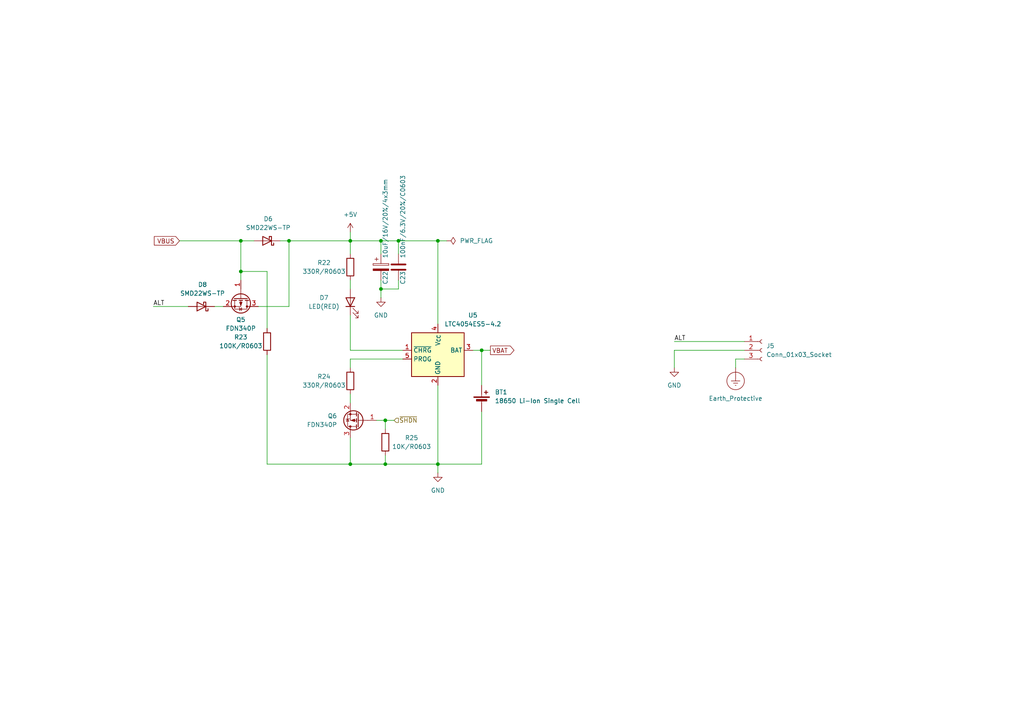
<source format=kicad_sch>
(kicad_sch (version 20231120) (generator "eeschema") (generator_version "8.0")
  (paper "A4")
  (lib_symbols
    (symbol "Battery_Management:LTC4054ES5-4.2"
      (property "Reference" "U" (at -5.842 6.604 0))
      (property "Value" "LTC4054ES5-4.2" (at 1.524 6.604 0))
      (symbol "LTC4054ES5-4.2_0_1"
        (rectangle (start -7.62 5.08) (end 7.62 -7.62) (stroke (width 0.254)) (fill (type background)))
      )
      (symbol "LTC4054ES5-4.2_1_1"
        (pin open_collector line (at -10.16 0 0) (length 2.54) (name "~{CHRG}") (number "1"))
        (pin power_in line (at 0 -10.16 90) (length 2.54) (name "GND") (number "2"))
        (pin power_out line (at 10.16 0 180) (length 2.54) (name "BAT") (number "3"))
        (pin power_in line (at 0 7.62 270) (length 2.54) (name "V_{CC}") (number "4"))
        (pin bidirectional line (at -10.16 -2.54 0) (length 2.54) (name "PROG") (number "5"))
      )
    )
    (symbol "Connector:Conn_01x03_Socket" (pin_names (offset 1.016) hide)
      (property "Reference" "J" (at 0 5.08 0))
      (property "Value" "Conn_01x03_Socket" (at 0 -5.08 0))
      (symbol "Conn_01x03_Socket_1_1"
        (arc (start 0 -2.032) (mid -0.5058 -2.54) (end 0 -3.048) (stroke (width 0.1524)))
        (polyline (pts (xy -1.27 -2.54) (xy -0.508 -2.54)) (stroke (width 0.1524)))
        (polyline (pts (xy -1.27 0) (xy -0.508 0)) (stroke (width 0.1524)))
        (polyline (pts (xy -1.27 2.54) (xy -0.508 2.54)) (stroke (width 0.1524)))
        (arc (start 0 0.508) (mid -0.5058 0) (end 0 -0.508) (stroke (width 0.1524)))
        (arc (start 0 3.048) (mid -0.5058 2.54) (end 0 2.032) (stroke (width 0.1524)))
        (pin passive line (at -5.08 2.54 0) (length 3.81) (name "Pin_1") (number "1"))
        (pin passive line (at -5.08 0 0) (length 3.81) (name "Pin_2") (number "2"))
        (pin passive line (at -5.08 -2.54 0) (length 3.81) (name "Pin_3") (number "3"))
      )
    )
    (symbol "Device:Battery_Cell" (pin_numbers hide) (pin_names (offset 0) hide)
      (property "Reference" "BT" (at 2.54 2.54 0))
      (property "Value" "Battery_Cell" (at 2.54 0 0))
      (symbol "Battery_Cell_0_1"
        (rectangle (start -2.286 1.778) (end 2.286 1.524) (fill (type outline)))
        (rectangle (start -1.524 1.016) (end 1.524 0.508) (fill (type outline)))
        (polyline (pts (xy 0 0.762) (xy 0 0)))
        (polyline (pts (xy 0 1.778) (xy 0 2.54)))
        (polyline (pts (xy 0.762 3.048) (xy 1.778 3.048)) (stroke (width 0.254)))
        (polyline (pts (xy 1.27 3.556) (xy 1.27 2.54)) (stroke (width 0.254)))
      )
      (symbol "Battery_Cell_1_1"
        (pin passive line (at 0 5.08 270) (length 2.54) (name "+") (number "1"))
        (pin passive line (at 0 -2.54 90) (length 2.54) (name "-") (number "2"))
      )
    )
    (symbol "Device:C" (pin_numbers hide) (pin_names (offset 0.254))
      (property "Reference" "C" (at 0.635 2.54 0))
      (property "Value" "C" (at 0.635 -2.54 0))
      (symbol "C_0_1"
        (polyline (pts (xy -2.032 -0.762) (xy 2.032 -0.762)) (stroke (width 0.508)))
        (polyline (pts (xy -2.032 0.762) (xy 2.032 0.762)) (stroke (width 0.508)))
      )
      (symbol "C_1_1"
        (pin passive line (at 0 3.81 270) (length 2.794) (name "~") (number "1"))
        (pin passive line (at 0 -3.81 90) (length 2.794) (name "~") (number "2"))
      )
    )
    (symbol "Device:C_Polarized" (pin_numbers hide) (pin_names (offset 0.254))
      (property "Reference" "C" (at 0.635 2.54 0))
      (property "Value" "C_Polarized" (at 0.635 -2.54 0))
      (symbol "C_Polarized_0_1"
        (rectangle (start -2.286 0.508) (end 2.286 1.016))
        (polyline (pts (xy -1.778 2.286) (xy -0.762 2.286)))
        (polyline (pts (xy -1.27 2.794) (xy -1.27 1.778)))
        (rectangle (start 2.286 -0.508) (end -2.286 -1.016) (fill (type outline)))
      )
      (symbol "C_Polarized_1_1"
        (pin passive line (at 0 3.81 270) (length 2.794) (name "~") (number "1"))
        (pin passive line (at 0 -3.81 90) (length 2.794) (name "~") (number "2"))
      )
    )
    (symbol "Device:D_Schottky" (pin_numbers hide) (pin_names (offset 1.016) hide)
      (property "Reference" "D" (at 0 2.54 0))
      (property "Value" "D_Schottky" (at 0 -2.54 0))
      (symbol "D_Schottky_0_1"
        (polyline (pts (xy 1.27 0) (xy -1.27 0)))
        (polyline (pts (xy 1.27 1.27) (xy 1.27 -1.27) (xy -1.27 0) (xy 1.27 1.27)) (stroke (width 0.254)))
        (polyline (pts (xy -1.905 0.635) (xy -1.905 1.27) (xy -1.27 1.27) (xy -1.27 -1.27) (xy -0.635 -1.27) (xy -0.635 -0.635)) (stroke (width 0.254)))
      )
      (symbol "D_Schottky_1_1"
        (pin passive line (at -3.81 0 0) (length 2.54) (name "K") (number "1"))
        (pin passive line (at 3.81 0 180) (length 2.54) (name "A") (number "2"))
      )
    )
    (symbol "Device:LED" (pin_numbers hide) (pin_names (offset 1.016) hide)
      (property "Reference" "D" (at 0 2.54 0))
      (property "Value" "LED" (at 0 -2.54 0))
      (symbol "LED_0_1"
        (polyline (pts (xy -1.27 -1.27) (xy -1.27 1.27)) (stroke (width 0.254)))
        (polyline (pts (xy -1.27 0) (xy 1.27 0)))
        (polyline (pts (xy 1.27 -1.27) (xy 1.27 1.27) (xy -1.27 0) (xy 1.27 -1.27)) (stroke (width 0.254)))
        (polyline (pts (xy -3.048 -0.762) (xy -4.572 -2.286) (xy -3.81 -2.286) (xy -4.572 -2.286) (xy -4.572 -1.524)))
        (polyline (pts (xy -1.778 -0.762) (xy -3.302 -2.286) (xy -2.54 -2.286) (xy -3.302 -2.286) (xy -3.302 -1.524)))
      )
      (symbol "LED_1_1"
        (pin passive line (at -3.81 0 0) (length 2.54) (name "K") (number "1"))
        (pin passive line (at 3.81 0 180) (length 2.54) (name "A") (number "2"))
      )
    )
    (symbol "Device:R" (pin_numbers hide) (pin_names (offset 0))
      (property "Reference" "R" (at 2.032 0 90))
      (property "Value" "R" (at 0 0 90))
      (symbol "R_0_1"
        (rectangle (start -1.016 -2.54) (end 1.016 2.54) (stroke (width 0.254)))
      )
      (symbol "R_1_1"
        (pin passive line (at 0 3.81 270) (length 1.27) (name "~") (number "1"))
        (pin passive line (at 0 -3.81 90) (length 1.27) (name "~") (number "2"))
      )
    )
    (symbol "Transistor_FET:FDN340P" (pin_names hide)
      (property "Reference" "Q" (at 5.08 1.905 0))
      (property "Value" "FDN340P" (at 5.08 0 0))
      (symbol "FDN340P_0_1"
        (polyline (pts (xy 0.254 0) (xy -2.54 0)))
        (polyline (pts (xy 0.254 1.905) (xy 0.254 -1.905)) (stroke (width 0.254)))
        (polyline (pts (xy 0.762 -1.27) (xy 0.762 -2.286)) (stroke (width 0.254)))
        (polyline (pts (xy 0.762 0.508) (xy 0.762 -0.508)) (stroke (width 0.254)))
        (polyline (pts (xy 0.762 2.286) (xy 0.762 1.27)) (stroke (width 0.254)))
        (polyline (pts (xy 2.54 2.54) (xy 2.54 1.778)))
        (polyline (pts (xy 2.54 -2.54) (xy 2.54 0) (xy 0.762 0)))
        (polyline (pts (xy 0.762 1.778) (xy 3.302 1.778) (xy 3.302 -1.778) (xy 0.762 -1.778)))
        (polyline (pts (xy 2.286 0) (xy 1.27 0.381) (xy 1.27 -0.381) (xy 2.286 0)) (fill (type outline)))
        (polyline (pts (xy 2.794 -0.508) (xy 2.921 -0.381) (xy 3.683 -0.381) (xy 3.81 -0.254)))
        (polyline (pts (xy 3.302 -0.381) (xy 2.921 0.254) (xy 3.683 0.254) (xy 3.302 -0.381)))
        (circle (center 1.651 0) (radius 2.794) (stroke (width 0.254)))
        (circle (center 2.54 -1.778) (radius 0.254) (fill (type outline)))
        (circle (center 2.54 1.778) (radius 0.254) (fill (type outline)))
      )
      (symbol "FDN340P_1_1"
        (pin input line (at -5.08 0 0) (length 2.54) (name "G") (number "1"))
        (pin passive line (at 2.54 -5.08 90) (length 2.54) (name "S") (number "2"))
        (pin passive line (at 2.54 5.08 270) (length 2.54) (name "D") (number "3"))
      )
    )
    (symbol "power:+5V" (power) (pin_numbers hide) (pin_names (offset 0) hide)
      (property "Value" "+5V" (at 0 3.556 0))
      (symbol "+5V_0_1"
        (polyline (pts (xy -0.762 1.27) (xy 0 2.54)))
        (polyline (pts (xy 0 0) (xy 0 2.54)))
        (polyline (pts (xy 0 2.54) (xy 0.762 1.27)))
      )
      (symbol "+5V_1_1"
        (pin power_in line (at 0 0 90) (length 0) (name "~") (number "1"))
      )
    )
    (symbol "power:Earth_Protective" (power) (pin_numbers hide) (pin_names (offset 0) hide)
      (property "Value" "Earth_Protective" (at 0 -7.62 0))
      (symbol "Earth_Protective_0_1"
        (circle (center 0 -3.81) (radius 2.54))
        (polyline (pts (xy -0.635 -4.445) (xy 0.635 -4.445)))
        (polyline (pts (xy -0.127 -5.08) (xy 0.127 -5.08)))
        (polyline (pts (xy 0 -3.81) (xy 0 0)))
        (polyline (pts (xy 1.27 -3.81) (xy -1.27 -3.81)))
      )
      (symbol "Earth_Protective_1_1"
        (pin power_in line (at 0 0 270) (length 0) (name "~") (number "1"))
      )
    )
    (symbol "power:GND" (power) (pin_numbers hide) (pin_names (offset 0) hide)
      (property "Value" "GND" (at 0 -3.81 0))
      (symbol "GND_0_1"
        (polyline (pts (xy 0 0) (xy 0 -1.27) (xy 1.27 -1.27) (xy 0 -2.54) (xy -1.27 -1.27) (xy 0 -1.27)))
      )
      (symbol "GND_1_1"
        (pin power_in line (at 0 0 270) (length 0) (name "~") (number "1"))
      )
    )
    (symbol "power:PWR_FLAG" (power) (pin_numbers hide) (pin_names (offset 0) hide)
      (property "Value" "PWR_FLAG" (at 0 3.81 0))
      (symbol "PWR_FLAG_0_0"
        (pin power_out line (at 0 0 90) (length 0) (name "~") (number "1"))
      )
      (symbol "PWR_FLAG_0_1"
        (polyline (pts (xy 0 0) (xy 0 1.27) (xy -1.016 1.905) (xy 0 2.54) (xy 1.016 1.905) (xy 0 1.27)))
      )
    )
  )
  (junction (at 101.6 134.62))
  (junction (at 83.82 69.85))
  (junction (at 110.49 83.82))
  (junction (at 127 69.85))
  (junction (at 111.76 134.62))
  (junction (at 110.49 69.85))
  (junction (at 101.6 69.85))
  (junction (at 115.57 69.85))
  (junction (at 69.85 78.74))
  (junction (at 69.85 69.85))
  (junction (at 139.7 101.6))
  (junction (at 127 134.62))
  (junction (at 111.76 121.92))
  (wire (pts (xy 101.6 104.14) (xy 116.84 104.14)))
  (wire (pts (xy 110.49 81.28) (xy 110.49 83.82)))
  (wire (pts (xy 127 111.76) (xy 127 134.62)))
  (wire (pts (xy 52.07 69.85) (xy 69.85 69.85)))
  (wire (pts (xy 215.9 101.6) (xy 195.58 101.6)))
  (wire (pts (xy 139.7 119.38) (xy 139.7 134.62)))
  (wire (pts (xy 127 69.85) (xy 129.54 69.85)))
  (wire (pts (xy 77.47 102.87) (xy 77.47 134.62)))
  (wire (pts (xy 101.6 127) (xy 101.6 134.62)))
  (wire (pts (xy 81.28 69.85) (xy 83.82 69.85)))
  (wire (pts (xy 83.82 69.85) (xy 101.6 69.85)))
  (wire (pts (xy 127 69.85) (xy 127 93.98)))
  (wire (pts (xy 213.36 104.14) (xy 213.36 106.68)))
  (wire (pts (xy 115.57 69.85) (xy 115.57 73.66)))
  (wire (pts (xy 110.49 83.82) (xy 115.57 83.82)))
  (wire (pts (xy 69.85 69.85) (xy 73.66 69.85)))
  (wire (pts (xy 111.76 134.62) (xy 127 134.62)))
  (wire (pts (xy 213.36 104.14) (xy 215.9 104.14)))
  (wire (pts (xy 195.58 99.06) (xy 215.9 99.06)))
  (wire (pts (xy 127 134.62) (xy 139.7 134.62)))
  (wire (pts (xy 115.57 69.85) (xy 127 69.85)))
  (wire (pts (xy 195.58 101.6) (xy 195.58 106.68)))
  (wire (pts (xy 110.49 69.85) (xy 115.57 69.85)))
  (wire (pts (xy 62.23 88.9) (xy 64.77 88.9)))
  (wire (pts (xy 101.6 91.44) (xy 101.6 101.6)))
  (wire (pts (xy 101.6 134.62) (xy 111.76 134.62)))
  (wire (pts (xy 101.6 104.14) (xy 101.6 106.68)))
  (wire (pts (xy 101.6 69.85) (xy 110.49 69.85)))
  (wire (pts (xy 44.45 88.9) (xy 54.61 88.9)))
  (wire (pts (xy 116.84 101.6) (xy 101.6 101.6)))
  (wire (pts (xy 111.76 121.92) (xy 111.76 124.46)))
  (wire (pts (xy 101.6 81.28) (xy 101.6 83.82)))
  (wire (pts (xy 110.49 83.82) (xy 110.49 86.36)))
  (wire (pts (xy 110.49 69.85) (xy 110.49 73.66)))
  (wire (pts (xy 101.6 67.31) (xy 101.6 69.85)))
  (wire (pts (xy 77.47 134.62) (xy 101.6 134.62)))
  (wire (pts (xy 77.47 95.25) (xy 77.47 78.74)))
  (wire (pts (xy 127 134.62) (xy 127 137.16)))
  (wire (pts (xy 101.6 114.3) (xy 101.6 116.84)))
  (wire (pts (xy 69.85 78.74) (xy 69.85 81.28)))
  (wire (pts (xy 83.82 69.85) (xy 83.82 88.9)))
  (wire (pts (xy 111.76 121.92) (xy 114.3 121.92)))
  (wire (pts (xy 109.22 121.92) (xy 111.76 121.92)))
  (wire (pts (xy 69.85 69.85) (xy 69.85 78.74)))
  (wire (pts (xy 137.16 101.6) (xy 139.7 101.6)))
  (wire (pts (xy 77.47 78.74) (xy 69.85 78.74)))
  (wire (pts (xy 139.7 111.76) (xy 139.7 101.6)))
  (wire (pts (xy 101.6 69.85) (xy 101.6 73.66)))
  (wire (pts (xy 139.7 101.6) (xy 142.24 101.6)))
  (wire (pts (xy 115.57 83.82) (xy 115.57 81.28)))
  (wire (pts (xy 111.76 132.08) (xy 111.76 134.62)))
  (wire (pts (xy 74.93 88.9) (xy 83.82 88.9)))
  (label "ALT" (at 195.58 99.06 0))
  (label "ALT" (at 44.45 88.9 0))
  (global_label "VBUS" (shape input) (at 52.07 69.85 180) (property "Intersheetrefs" "${INTERSHEET_REFS}" (effects (hide yes))))
  (global_label "VBAT" (shape output) (at 142.24 101.6 0) (property "Intersheetrefs" "${INTERSHEET_REFS}" (effects (hide yes))))
  (hierarchical_label "~{SHDN}" (shape input) (at 114.3 121.92 0))
  (symbol (lib_id "Device:D_Schottky") (at 77.47 69.85 180) (unit 1)
    (property "Reference" "D6" (at 77.7875 63.5 0))
    (property "Value" "SMD22WS-TP" (at 77.7875 66.04 0))
    (property "Footprint" "Diode_SMD:D_SOD-323_HandSoldering" (effects (hide yes)))
    (property "Description" "Schottky diode" (effects (hide yes)))
  )
  (symbol (lib_id "Device:R") (at 101.6 77.47 0) (unit 1)
    (property "Reference" "R22" (at 93.98 76.2 0))
    (property "Value" "330R/R0603" (at 93.98 78.74 0))
    (property "Footprint" "Resistor_SMD:R_0603_1608Metric_Pad0.98x0.95mm_HandSolder" (effects (hide yes)))
    (property "Description" "Resistor" (effects (hide yes)))
  )
  (symbol (lib_id "power:Earth_Protective") (at 213.36 106.68 0) (unit 1)
    (property "Reference" "#PWR029" (effects (hide yes)))
    (property "Value" "Earth_Protective" (at 213.36 115.57 0))
    (property "Description" "Power symbol creates a global label with name \"Earth_Protective\"" (effects (hide yes)))
  )
  (symbol (lib_id "Device:R") (at 77.47 99.06 180) (unit 1)
    (property "Reference" "R23" (at 69.85 97.79 0))
    (property "Value" "100K/R0603" (at 69.85 100.33 0))
    (property "Footprint" "Resistor_SMD:R_0603_1608Metric_Pad0.98x0.95mm_HandSolder" (effects (hide yes)))
    (property "Description" "Resistor" (effects (hide yes)))
  )
  (symbol (lib_id "Transistor_FET:FDN340P") (at 69.85 86.36 270) (unit 1)
    (property "Reference" "Q5" (at 69.85 92.71 90))
    (property "Value" "FDN340P" (at 69.85 95.25 90))
    (property "Footprint" "Package_TO_SOT_SMD:SOT-23" (effects (hide yes)))
    (property "Datasheet" "https://www.onsemi.com/pub/Collateral/FDN340P-D.PDF" (effects (hide yes)))
    (property "Description" "-2A Id, -20V Vds, P-Channel MOSFET, 70mOhm Ron, SOT-23" (effects (hide yes)))
  )
  (symbol (lib_id "Device:C") (at 115.57 77.47 0) (unit 1)
    (property "Reference" "C23" (at 116.84 82.55 90) (effects (justify left)))
    (property "Value" "100nF/6.3V/20%/C0603" (at 116.84 74.93 90) (effects (justify left)))
    (property "Footprint" "Capacitor_SMD:C_0603_1608Metric_Pad1.08x0.95mm_HandSolder" (effects (hide yes)))
    (property "Description" "Unpolarized capacitor" (effects (hide yes)))
  )
  (symbol (lib_id "power:+5V") (at 101.6 67.31 0) (unit 1)
    (property "Reference" "#PWR026" (effects (hide yes)))
    (property "Value" "+5V" (at 101.6 62.23 0))
    (property "Description" "Power symbol creates a global label with name \"+5V\"" (effects (hide yes)))
  )
  (symbol (lib_id "power:GND") (at 127 137.16 0) (unit 1)
    (property "Reference" "#PWR030" (effects (hide yes)))
    (property "Value" "GND" (at 127 142.24 0))
    (property "Description" "Power symbol creates a global label with name \"GND\" , ground" (effects (hide yes)))
  )
  (symbol (lib_id "Transistor_FET:FDN340P") (at 104.14 121.92 180) (unit 1)
    (property "Reference" "Q6" (at 97.79 120.6499 0) (effects (justify left)))
    (property "Value" "FDN340P" (at 97.79 123.1899 0) (effects (justify left)))
    (property "Footprint" "Package_TO_SOT_SMD:SOT-23" (effects (hide yes)))
    (property "Datasheet" "https://www.onsemi.com/pub/Collateral/FDN340P-D.PDF" (effects (hide yes)))
    (property "Description" "-2A Id, -20V Vds, P-Channel MOSFET, 70mOhm Ron, SOT-23" (effects (hide yes)))
  )
  (symbol (lib_id "power:GND") (at 195.58 106.68 0) (unit 1)
    (property "Reference" "#PWR028" (effects (hide yes)))
    (property "Value" "GND" (at 195.58 111.76 0))
    (property "Description" "Power symbol creates a global label with name \"GND\" , ground" (effects (hide yes)))
  )
  (symbol (lib_id "Device:D_Schottky") (at 58.42 88.9 180) (unit 1)
    (property "Reference" "D8" (at 58.7375 82.55 0))
    (property "Value" "SMD22WS-TP" (at 58.7375 85.09 0))
    (property "Footprint" "Diode_SMD:D_SOD-323_HandSoldering" (effects (hide yes)))
    (property "Description" "Schottky diode" (effects (hide yes)))
  )
  (symbol (lib_id "power:PWR_FLAG") (at 129.54 69.85 270) (unit 1)
    (property "Reference" "#FLG05" (effects (hide yes)))
    (property "Value" "PWR_FLAG" (at 133.35 69.8499 90) (effects (justify left)))
    (property "Description" "Special symbol for telling ERC where power comes from" (effects (hide yes)))
  )
  (symbol (lib_id "Device:C_Polarized") (at 110.49 77.47 0) (unit 1)
    (property "Reference" "C22" (at 111.76 82.55 90) (effects (justify left)))
    (property "Value" "10uF/16V/20%/4x3mm" (at 111.76 74.93 90) (effects (justify left)))
    (property "Footprint" "Capacitor_SMD:CP_Elec_4x3" (effects (hide yes)))
    (property "Description" "Polarized capacitor" (effects (hide yes)))
  )
  (symbol (lib_id "power:GND") (at 110.49 86.36 0) (unit 1)
    (property "Reference" "#PWR027" (effects (hide yes)))
    (property "Value" "GND" (at 110.49 91.44 0))
    (property "Description" "Power symbol creates a global label with name \"GND\" , ground" (effects (hide yes)))
  )
  (symbol (lib_id "Connector:Conn_01x03_Socket") (at 220.98 101.6 0) (unit 1)
    (property "Reference" "J5" (at 222.25 100.3299 0) (effects (justify left)))
    (property "Value" "Conn_01x03_Socket" (at 222.25 102.8699 0) (effects (justify left)))
    (property "Footprint" "Connector_Phoenix_MC:PhoenixContact_MC_1,5_3-G-3.81_1x03_P3.81mm_Horizontal" (effects (hide yes)))
    (property "Description" "Generic connector, single row, 01x03, script generated" (effects (hide yes)))
  )
  (symbol (lib_id "Battery_Management:LTC4054ES5-4.2") (at 127 101.6 0) (unit 1)
    (property "Reference" "U5" (at 137.16 91.44 0))
    (property "Value" "LTC4054ES5-4.2" (at 137.16 93.98 0))
    (property "Footprint" "Package_TO_SOT_SMD:TSOT-23-5" (effects (hide yes)))
    (property "Datasheet" "https://www.analog.com/media/en/technical-documentation/data-sheets/405442xf.pdf" (effects (hide yes)))
    (property "Description" "Constant-current/constant-voltage linear charger for single cell lithium-ion batteries with 2.9V Trickle Charge, 4.5V to 6.5V VDD, -40 to +85 degree Celsius, TSOT-23-5" (effects (hide yes)))
  )
  (symbol (lib_id "Device:R") (at 111.76 128.27 180) (unit 1)
    (property "Reference" "R25" (at 119.38 127 0))
    (property "Value" "10K/R0603" (at 119.38 129.54 0))
    (property "Footprint" "Resistor_SMD:R_0603_1608Metric_Pad0.98x0.95mm_HandSolder" (effects (hide yes)))
    (property "Description" "Resistor" (effects (hide yes)))
  )
  (symbol (lib_id "Device:Battery_Cell") (at 139.7 116.84 0) (unit 1)
    (property "Reference" "BT1" (at 143.51 113.7284 0) (effects (justify left)))
    (property "Value" "18650 Li-Ion Single Cell" (at 143.51 116.2684 0) (effects (justify left)))
    (property "Footprint" "Battery:BatteryHolder_Keystone_1042_1x18650" (effects (hide yes)))
    (property "Description" "Single-cell battery" (effects (hide yes)))
  )
  (symbol (lib_id "Device:R") (at 101.6 110.49 0) (unit 1)
    (property "Reference" "R24" (at 93.98 109.22 0))
    (property "Value" "330R/R0603" (at 93.98 111.76 0))
    (property "Footprint" "Resistor_SMD:R_0603_1608Metric_Pad0.98x0.95mm_HandSolder" (effects (hide yes)))
    (property "Description" "Resistor" (effects (hide yes)))
  )
  (symbol (lib_id "Device:LED") (at 101.6 87.63 90) (unit 1)
    (property "Reference" "D7" (at 93.98 86.36 90))
    (property "Value" "LED(RED)" (at 93.98 88.9 90))
    (property "Footprint" "LED_SMD:LED_0603_1608Metric_Pad1.05x0.95mm_HandSolder" (effects (hide yes)))
    (property "Description" "Light emitting diode" (effects (hide yes)))
  )
)
</source>
